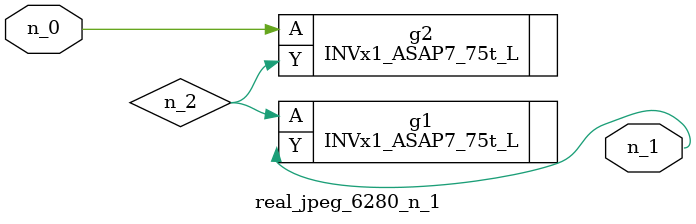
<source format=v>
module real_jpeg_6280_n_1 (n_0, n_1);

input n_0;

output n_1;

wire n_2;

INVx1_ASAP7_75t_L g2 ( 
.A(n_0),
.Y(n_2)
);

INVx1_ASAP7_75t_L g1 ( 
.A(n_2),
.Y(n_1)
);


endmodule
</source>
